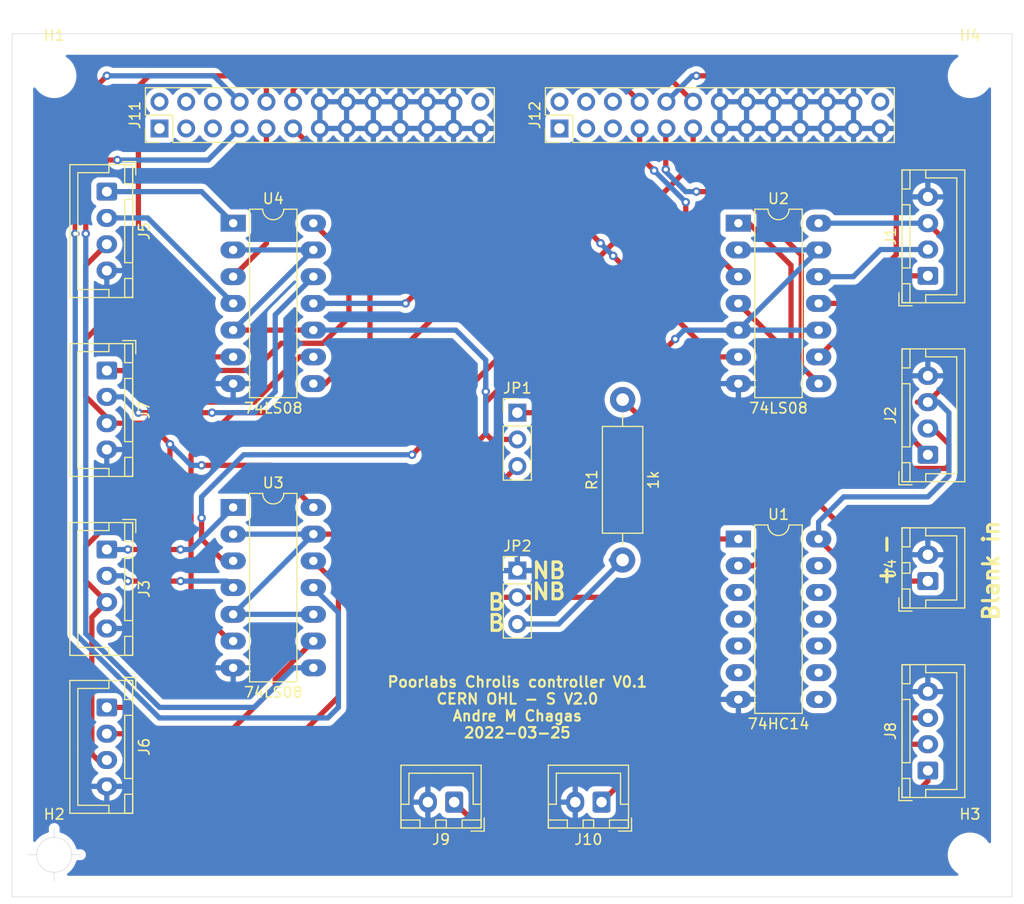
<source format=kicad_pcb>
(kicad_pcb (version 20211014) (generator pcbnew)
  (layers (0 "F.Cu" signal) (31 "B.Cu" signal) (34 "B.Paste" user) (35 "F.Paste" user) (36 "B.SilkS" user "B.Silkscreen") (37 "F.SilkS" user "F.Silkscreen") (38 "B.Mask" user) (39 "F.Mask" user) (44 "Edge.Cuts" user))
  (net 0 "")
  (net 1 "GND")
  (net 2 "+5V")
  (net 3 "Net-(J1-Pad2)")
  (net 4 "Net-(J1-Pad1)")
  (net 5 "Net-(J2-Pad1)")
  (net 6 "Net-(J2-Pad2)")
  (net 7 "Net-(J3-Pad1)")
  (net 8 "Net-(J3-Pad2)")
  (net 9 "Net-(J4-Pad1)")
  (net 10 "Net-(J5-Pad2)")
  (net 11 "Net-(J5-Pad1)")
  (net 12 "Net-(J6-Pad1)")
  (net 13 "Net-(J6-Pad2)")
  (net 14 "Net-(J7-Pad2)")
  (net 15 "Net-(J7-Pad1)")
  (net 16 "Net-(J8-Pad1)")
  (net 17 "Net-(J10-Pad1)")
  (net 18 "p2_chan6")
  (net 19 "p2_chan5")
  (net 20 "p2_chan4")
  (net 21 "p2_chan3")
  (net 22 "p2_chan2")
  (net 23 "p2_chan1")
  (net 36 "p1_chan1")
  (net 37 "p1_chan2")
  (net 38 "p1_chan3")
  (net 39 "p1_chan4")
  (net 40 "p1_chan5")
  (net 41 "p1_chan6")
  (net 42 "Net-(JP1-Pad1)")
  (net 43 "synch")
  (net 44 "Net-(JP1-Pad3)")
  (net 45 "Net-(R1-Pad1)")
  (footprint "Connector_PinHeader_2.54mm:PinHeader_2x13_P2.54mm_Vertical" (layer "F.Cu") (at 112 56 90)
    (fp_text reference "J11" (at 1.27 -2.33 90) (layer "F.SilkS"))
    (fp_text value "DB25_Female_MountingHoles")
    (pad "1" thru_hole rect locked (at 0 0 90) (size 1.7 1.7) (drill 1) (layers *.Cu *.Mask))
    (pad "2" thru_hole oval locked (at 2.54 0 90) (size 1.7 1.7) (drill 1) (layers *.Cu *.Mask))
    (pad "3" thru_hole oval locked (at 0 2.54 90) (size 1.7 1.7) (drill 1) (layers *.Cu *.Mask))
    (pad "4" thru_hole oval locked (at 2.54 2.54 90) (size 1.7 1.7) (drill 1) (layers *.Cu *.Mask))
    (pad "5" thru_hole oval locked (at 0 5.08 90) (size 1.7 1.7) (drill 1) (layers *.Cu *.Mask))
    (pad "6" thru_hole oval locked (at 2.54 5.08 90) (size 1.7 1.7) (drill 1) (layers *.Cu *.Mask))
    (pad "7" thru_hole oval locked (at 0 7.62 90) (size 1.7 1.7) (drill 1) (layers *.Cu *.Mask) (net 23 "p2_chan1"))
    (pad "8" thru_hole oval locked (at 2.54 7.62 90) (size 1.7 1.7) (drill 1) (layers *.Cu *.Mask) (net 22 "p2_chan2"))
    (pad "9" thru_hole oval locked (at 0 10.16 90) (size 1.7 1.7) (drill 1) (layers *.Cu *.Mask) (net 21 "p2_chan3"))
    (pad "10" thru_hole oval locked (at 2.54 10.16 90) (size 1.7 1.7) (drill 1) (layers *.Cu *.Mask) (net 20 "p2_chan4"))
    (pad "11" thru_hole oval locked (at 0 12.7 90) (size 1.7 1.7) (drill 1) (layers *.Cu *.Mask) (net 19 "p2_chan5"))
    (pad "12" thru_hole oval locked (at 2.54 12.7 90) (size 1.7 1.7) (drill 1) (layers *.Cu *.Mask) (net 18 "p2_chan6"))
    (pad "13" thru_hole oval locked (at 0 15.24 90) (size 1.7 1.7) (drill 1) (layers *.Cu *.Mask) (net 1 "GND"))
    (pad "14" thru_hole oval locked (at 2.54 15.24 90) (size 1.7 1.7) (drill 1) (layers *.Cu *.Mask) (net 1 "GND"))
    (pad "15" thru_hole oval locked (at 0 17.78 90) (size 1.7 1.7) (drill 1) (layers *.Cu *.Mask) (net 1 "GND"))
    (pad "16" thru_hole oval locked (at 2.54 17.78 90) (size 1.7 1.7) (drill 1) (layers *.Cu *.Mask) (net 1 "GND"))
    (pad "17" thru_hole oval locked (at 0 20.32 90) (size 1.7 1.7) (drill 1) (layers *.Cu *.Mask) (net 1 "GND"))
    (pad "18" thru_hole oval locked (at 2.54 20.32 90) (size 1.7 1.7) (drill 1) (layers *.Cu *.Mask) (net 1 "GND"))
    (pad "19" thru_hole oval locked (at 0 22.86 90) (size 1.7 1.7) (drill 1) (layers *.Cu *.Mask) (net 1 "GND"))
    (pad "20" thru_hole oval locked (at 2.54 22.86 90) (size 1.7 1.7) (drill 1) (layers *.Cu *.Mask) (net 1 "GND"))
    (pad "21" thru_hole oval locked (at 0 25.4 90) (size 1.7 1.7) (drill 1) (layers *.Cu *.Mask) (net 1 "GND"))
    (pad "22" thru_hole oval locked (at 2.54 25.4 90) (size 1.7 1.7) (drill 1) (layers *.Cu *.Mask) (net 1 "GND"))
    (pad "23" thru_hole oval locked (at 0 27.94 90) (size 1.7 1.7) (drill 1) (layers *.Cu *.Mask) (net 1 "GND"))
    (pad "24" thru_hole oval locked (at 2.54 27.94 90) (size 1.7 1.7) (drill 1) (layers *.Cu *.Mask) (net 1 "GND"))
    (pad "25" thru_hole oval locked (at 0 30.48 90) (size 1.7 1.7) (drill 1) (layers *.Cu *.Mask) (net 1 "GND"))
    (pad "26" thru_hole oval locked (at 2.54 30.48 90) (size 1.7 1.7) (drill 1) (layers *.Cu *.Mask))
  )
  (footprint "Connector_PinHeader_2.54mm:PinHeader_2x13_P2.54mm_Vertical" (layer "F.Cu") (at 150 56 90)
    (fp_text reference "J12" (at 1.27 -2.33 90) (layer "F.SilkS"))
    (fp_text value "DB25_Female_MountingHoles")
    (pad "1" thru_hole rect locked (at 0 0 90) (size 1.7 1.7) (drill 1) (layers *.Cu *.Mask))
    (pad "2" thru_hole oval locked (at 2.54 0 90) (size 1.7 1.7) (drill 1) (layers *.Cu *.Mask))
    (pad "3" thru_hole oval locked (at 0 2.54 90) (size 1.7 1.7) (drill 1) (layers *.Cu *.Mask))
    (pad "4" thru_hole oval locked (at 2.54 2.54 90) (size 1.7 1.7) (drill 1) (layers *.Cu *.Mask))
    (pad "5" thru_hole oval locked (at 0 5.08 90) (size 1.7 1.7) (drill 1) (layers *.Cu *.Mask))
    (pad "6" thru_hole oval locked (at 2.54 5.08 90) (size 1.7 1.7) (drill 1) (layers *.Cu *.Mask))
    (pad "7" thru_hole oval locked (at 0 7.62 90) (size 1.7 1.7) (drill 1) (layers *.Cu *.Mask) (net 36 "p1_chan1"))
    (pad "8" thru_hole oval locked (at 2.54 7.62 90) (size 1.7 1.7) (drill 1) (layers *.Cu *.Mask) (net 37 "p1_chan2"))
    (pad "9" thru_hole oval locked (at 0 10.16 90) (size 1.7 1.7) (drill 1) (layers *.Cu *.Mask) (net 38 "p1_chan3"))
    (pad "10" thru_hole oval locked (at 2.54 10.16 90) (size 1.7 1.7) (drill 1) (layers *.Cu *.Mask) (net 39 "p1_chan4"))
    (pad "11" thru_hole oval locked (at 0 12.7 90) (size 1.7 1.7) (drill 1) (layers *.Cu *.Mask) (net 40 "p1_chan5"))
    (pad "12" thru_hole oval locked (at 2.54 12.7 90) (size 1.7 1.7) (drill 1) (layers *.Cu *.Mask) (net 41 "p1_chan6"))
    (pad "13" thru_hole oval locked (at 0 15.24 90) (size 1.7 1.7) (drill 1) (layers *.Cu *.Mask) (net 1 "GND"))
    (pad "14" thru_hole oval locked (at 2.54 15.24 90) (size 1.7 1.7) (drill 1) (layers *.Cu *.Mask) (net 1 "GND"))
    (pad "15" thru_hole oval locked (at 0 17.78 90) (size 1.7 1.7) (drill 1) (layers *.Cu *.Mask) (net 1 "GND"))
    (pad "16" thru_hole oval locked (at 2.54 17.78 90) (size 1.7 1.7) (drill 1) (layers *.Cu *.Mask) (net 1 "GND"))
    (pad "17" thru_hole oval locked (at 0 20.32 90) (size 1.7 1.7) (drill 1) (layers *.Cu *.Mask) (net 1 "GND"))
    (pad "18" thru_hole oval locked (at 2.54 20.32 90) (size 1.7 1.7) (drill 1) (layers *.Cu *.Mask) (net 1 "GND"))
    (pad "19" thru_hole oval locked (at 0 22.86 90) (size 1.7 1.7) (drill 1) (layers *.Cu *.Mask) (net 1 "GND"))
    (pad "20" thru_hole oval locked (at 2.54 22.86 90) (size 1.7 1.7) (drill 1) (layers *.Cu *.Mask) (net 1 "GND"))
    (pad "21" thru_hole oval locked (at 0 25.4 90) (size 1.7 1.7) (drill 1) (layers *.Cu *.Mask) (net 1 "GND"))
    (pad "22" thru_hole oval locked (at 2.54 25.4 90) (size 1.7 1.7) (drill 1) (layers *.Cu *.Mask) (net 1 "GND"))
    (pad "23" thru_hole oval locked (at 0 27.94 90) (size 1.7 1.7) (drill 1) (layers *.Cu *.Mask) (net 1 "GND"))
    (pad "24" thru_hole oval locked (at 2.54 27.94 90) (size 1.7 1.7) (drill 1) (layers *.Cu *.Mask) (net 1 "GND"))
    (pad "25" thru_hole oval locked (at 0 30.48 90) (size 1.7 1.7) (drill 1) (layers *.Cu *.Mask) (net 1 "GND"))
    (pad "26" thru_hole oval locked (at 2.54 30.48 90) (size 1.7 1.7) (drill 1) (layers *.Cu *.Mask))
  )
  (footprint "Connector_PinHeader_2.54mm:PinHeader_1x03_P2.54mm_Vertical" (layer "F.Cu") (at 146 83)
    (fp_text reference "JP1" (at 0 -2.33) (layer "F.SilkS"))
    (fp_text value "Jumper_NC_Dual")
    (pad "1" thru_hole rect locked (at 0 0) (size 1.7 1.7) (drill 1) (layers *.Cu *.Mask) (net 42 "Net-(JP1-Pad1)"))
    (pad "2" thru_hole oval locked (at 0 2.54) (size 1.7 1.7) (drill 1) (layers *.Cu *.Mask) (net 43 "synch"))
    (pad "3" thru_hole oval locked (at 0 5.08) (size 1.7 1.7) (drill 1) (layers *.Cu *.Mask) (net 44 "Net-(JP1-Pad3)"))
  )
  (footprint "Resistor_THT:R_Axial_DIN0411_L9.9mm_D3.6mm_P15.24mm_Horizontal" (layer "F.Cu") (at 156 97 90)
    (fp_text reference "R1" (at 7.62 -2.92 90) (layer "F.SilkS"))
    (fp_text value "1k" (at 7.62 2.92 90) (layer "F.SilkS"))
    (pad "1" thru_hole circle locked (at 0 0 90) (size 2.4 2.4) (drill 1.2) (layers *.Cu *.Mask) (net 45 "Net-(R1-Pad1)"))
    (pad "2" thru_hole oval locked (at 15.24 0 90) (size 2.4 2.4) (drill 1.2) (layers *.Cu *.Mask) (net 9 "Net-(J4-Pad1)"))
  )
  (footprint "Package_DIP:DIP-14_W7.62mm_LongPads" (layer "F.Cu") (at 167 95)
    (fp_text reference "U1" (at 3.81 -2.33) (layer "F.SilkS"))
    (fp_text value "74HC14" (at 3.81 17.57) (layer "F.SilkS"))
    (pad "1" thru_hole rect locked (at 0 0) (size 2.4 1.6) (drill 0.8) (layers *.Cu *.Mask) (net 44 "Net-(JP1-Pad3)"))
    (pad "2" thru_hole oval locked (at 0 2.54) (size 2.4 1.6) (drill 0.8) (layers *.Cu *.Mask) (net 42 "Net-(JP1-Pad1)"))
    (pad "3" thru_hole oval locked (at 0 5.08) (size 2.4 1.6) (drill 0.8) (layers *.Cu *.Mask))
    (pad "4" thru_hole oval locked (at 0 7.62) (size 2.4 1.6) (drill 0.8) (layers *.Cu *.Mask))
    (pad "5" thru_hole oval locked (at 0 10.16) (size 2.4 1.6) (drill 0.8) (layers *.Cu *.Mask))
    (pad "6" thru_hole oval locked (at 0 12.7) (size 2.4 1.6) (drill 0.8) (layers *.Cu *.Mask))
    (pad "7" thru_hole oval locked (at 0 15.24) (size 2.4 1.6) (drill 0.8) (layers *.Cu *.Mask) (net 1 "GND"))
    (pad "8" thru_hole oval locked (at 7.62 15.24) (size 2.4 1.6) (drill 0.8) (layers *.Cu *.Mask))
    (pad "9" thru_hole oval locked (at 7.62 12.7) (size 2.4 1.6) (drill 0.8) (layers *.Cu *.Mask))
    (pad "10" thru_hole oval locked (at 7.62 10.16) (size 2.4 1.6) (drill 0.8) (layers *.Cu *.Mask))
    (pad "11" thru_hole oval locked (at 7.62 7.62) (size 2.4 1.6) (drill 0.8) (layers *.Cu *.Mask))
    (pad "12" thru_hole oval locked (at 7.62 5.08) (size 2.4 1.6) (drill 0.8) (layers *.Cu *.Mask))
    (pad "13" thru_hole oval locked (at 7.62 2.54) (size 2.4 1.6) (drill 0.8) (layers *.Cu *.Mask))
    (pad "14" thru_hole oval locked (at 7.62 0) (size 2.4 1.6) (drill 0.8) (layers *.Cu *.Mask) (net 2 "+5V"))
  )
  (footprint "Package_DIP:DIP-14_W7.62mm_LongPads" (layer "F.Cu") (at 167 65)
    (fp_text reference "U2" (at 3.81 -2.33) (layer "F.SilkS"))
    (fp_text value "74LS08" (at 3.81 17.57) (layer "F.SilkS"))
    (pad "1" thru_hole rect locked (at 0 0) (size 2.4 1.6) (drill 0.8) (layers *.Cu *.Mask) (net 5 "Net-(J2-Pad1)"))
    (pad "2" thru_hole oval locked (at 0 2.54) (size 2.4 1.6) (drill 0.8) (layers *.Cu *.Mask) (net 43 "synch"))
    (pad "3" thru_hole oval locked (at 0 5.08) (size 2.4 1.6) (drill 0.8) (layers *.Cu *.Mask) (net 36 "p1_chan1"))
    (pad "4" thru_hole oval locked (at 0 7.62) (size 2.4 1.6) (drill 0.8) (layers *.Cu *.Mask) (net 6 "Net-(J2-Pad2)"))
    (pad "5" thru_hole oval locked (at 0 10.16) (size 2.4 1.6) (drill 0.8) (layers *.Cu *.Mask) (net 43 "synch"))
    (pad "6" thru_hole oval locked (at 0 12.7) (size 2.4 1.6) (drill 0.8) (layers *.Cu *.Mask) (net 37 "p1_chan2"))
    (pad "7" thru_hole oval locked (at 0 15.24) (size 2.4 1.6) (drill 0.8) (layers *.Cu *.Mask) (net 1 "GND"))
    (pad "8" thru_hole oval locked (at 7.62 15.24) (size 2.4 1.6) (drill 0.8) (layers *.Cu *.Mask) (net 38 "p1_chan3"))
    (pad "9" thru_hole oval locked (at 7.62 12.7) (size 2.4 1.6) (drill 0.8) (layers *.Cu *.Mask) (net 4 "Net-(J1-Pad1)"))
    (pad "10" thru_hole oval locked (at 7.62 10.16) (size 2.4 1.6) (drill 0.8) (layers *.Cu *.Mask) (net 43 "synch"))
    (pad "11" thru_hole oval locked (at 7.62 7.62) (size 2.4 1.6) (drill 0.8) (layers *.Cu *.Mask) (net 39 "p1_chan4"))
    (pad "12" thru_hole oval locked (at 7.62 5.08) (size 2.4 1.6) (drill 0.8) (layers *.Cu *.Mask) (net 3 "Net-(J1-Pad2)"))
    (pad "13" thru_hole oval locked (at 7.62 2.54) (size 2.4 1.6) (drill 0.8) (layers *.Cu *.Mask) (net 43 "synch"))
    (pad "14" thru_hole oval locked (at 7.62 0) (size 2.4 1.6) (drill 0.8) (layers *.Cu *.Mask) (net 2 "+5V"))
  )
  (footprint "Package_DIP:DIP-14_W7.62mm_LongPads" (layer "F.Cu") (at 119 65)
    (fp_text reference "U4" (at 3.81 -2.33) (layer "F.SilkS"))
    (fp_text value "74LS08" (at 3.81 17.57) (layer "F.SilkS"))
    (pad "1" thru_hole rect locked (at 0 0) (size 2.4 1.6) (drill 0.8) (layers *.Cu *.Mask) (net 11 "Net-(J5-Pad1)"))
    (pad "2" thru_hole oval locked (at 0 2.54) (size 2.4 1.6) (drill 0.8) (layers *.Cu *.Mask) (net 43 "synch"))
    (pad "3" thru_hole oval locked (at 0 5.08) (size 2.4 1.6) (drill 0.8) (layers *.Cu *.Mask) (net 21 "p2_chan3"))
    (pad "4" thru_hole oval locked (at 0 7.62) (size 2.4 1.6) (drill 0.8) (layers *.Cu *.Mask) (net 10 "Net-(J5-Pad2)"))
    (pad "5" thru_hole oval locked (at 0 10.16) (size 2.4 1.6) (drill 0.8) (layers *.Cu *.Mask) (net 43 "synch"))
    (pad "6" thru_hole oval locked (at 0 12.7) (size 2.4 1.6) (drill 0.8) (layers *.Cu *.Mask) (net 20 "p2_chan4"))
    (pad "7" thru_hole oval locked (at 0 15.24) (size 2.4 1.6) (drill 0.8) (layers *.Cu *.Mask) (net 1 "GND"))
    (pad "8" thru_hole oval locked (at 7.62 15.24) (size 2.4 1.6) (drill 0.8) (layers *.Cu *.Mask) (net 19 "p2_chan5"))
    (pad "9" thru_hole oval locked (at 7.62 12.7) (size 2.4 1.6) (drill 0.8) (layers *.Cu *.Mask) (net 15 "Net-(J7-Pad1)"))
    (pad "10" thru_hole oval locked (at 7.62 10.16) (size 2.4 1.6) (drill 0.8) (layers *.Cu *.Mask) (net 43 "synch"))
    (pad "11" thru_hole oval locked (at 7.62 7.62) (size 2.4 1.6) (drill 0.8) (layers *.Cu *.Mask) (net 18 "p2_chan6"))
    (pad "12" thru_hole oval locked (at 7.62 5.08) (size 2.4 1.6) (drill 0.8) (layers *.Cu *.Mask) (net 14 "Net-(J7-Pad2)"))
    (pad "13" thru_hole oval locked (at 7.62 2.54) (size 2.4 1.6) (drill 0.8) (layers *.Cu *.Mask) (net 43 "synch"))
    (pad "14" thru_hole oval locked (at 7.62 0) (size 2.4 1.6) (drill 0.8) (layers *.Cu *.Mask) (net 2 "+5V"))
  )
  (footprint "Connector_JST:JST_XH_B4B-XH-A_1x04_P2.50mm_Vertical" (layer "F.Cu") (at 185 70 90)
    (fp_text reference "J1" (at 3.75 -3.55 90) (layer "F.SilkS"))
    (fp_text value "B4B-XH-A_LF__SN_")
    (pad "1" thru_hole roundrect locked (at 0 0 90) (size 1.7 1.95) (drill 0.95) (layers *.Cu *.Mask) (roundrect_rratio 0.1470588235) (net 4 "Net-(J1-Pad1)"))
    (pad "2" thru_hole oval locked (at 2.5 0 90) (size 1.7 1.95) (drill 0.95) (layers *.Cu *.Mask) (net 3 "Net-(J1-Pad2)"))
    (pad "3" thru_hole oval locked (at 5 0 90) (size 1.7 1.95) (drill 0.95) (layers *.Cu *.Mask) (net 2 "+5V"))
    (pad "4" thru_hole oval locked (at 7.5 0 90) (size 1.7 1.95) (drill 0.95) (layers *.Cu *.Mask) (net 1 "GND"))
  )
  (footprint "Connector_JST:JST_XH_B4B-XH-A_1x04_P2.50mm_Vertical" (layer "F.Cu") (at 185 87 90)
    (fp_text reference "J2" (at 3.75 -3.55 90) (layer "F.SilkS"))
    (fp_text value "B4B-XH-A_LF__SN_")
    (pad "1" thru_hole roundrect locked (at 0 0 90) (size 1.7 1.95) (drill 0.95) (layers *.Cu *.Mask) (roundrect_rratio 0.1470588235) (net 5 "Net-(J2-Pad1)"))
    (pad "2" thru_hole oval locked (at 2.5 0 90) (size 1.7 1.95) (drill 0.95) (layers *.Cu *.Mask) (net 6 "Net-(J2-Pad2)"))
    (pad "3" thru_hole oval locked (at 5 0 90) (size 1.7 1.95) (drill 0.95) (layers *.Cu *.Mask) (net 2 "+5V"))
    (pad "4" thru_hole oval locked (at 7.5 0 90) (size 1.7 1.95) (drill 0.95) (layers *.Cu *.Mask) (net 1 "GND"))
  )
  (footprint "Connector_JST:JST_XH_B4B-XH-A_1x04_P2.50mm_Vertical" (layer "F.Cu") (at 107 96 -90)
    (fp_text reference "J3" (at 3.75 -3.55 90) (layer "F.SilkS"))
    (fp_text value "B4B-XH-A_LF__SN_")
    (pad "1" thru_hole roundrect locked (at 0 0 270) (size 1.7 1.95) (drill 0.95) (layers *.Cu *.Mask) (roundrect_rratio 0.1470588235) (net 7 "Net-(J3-Pad1)"))
    (pad "2" thru_hole oval locked (at 2.5 0 270) (size 1.7 1.95) (drill 0.95) (layers *.Cu *.Mask) (net 8 "Net-(J3-Pad2)"))
    (pad "3" thru_hole oval locked (at 5 0 270) (size 1.7 1.95) (drill 0.95) (layers *.Cu *.Mask) (net 2 "+5V"))
    (pad "4" thru_hole oval locked (at 7.5 0 270) (size 1.7 1.95) (drill 0.95) (layers *.Cu *.Mask) (net 1 "GND"))
  )
  (footprint "Connector_JST:JST_XH_B2B-XH-A_1x02_P2.50mm_Vertical" (layer "F.Cu") (at 185 99 90)
    (fp_text reference "J4" (at 1.25 -3.55 90) (layer "F.SilkS"))
    (fp_text value "B2B-XH-A_LF__SN_")
    (pad "1" thru_hole roundrect locked (at 0 0 90) (size 1.7 2) (drill 1) (layers *.Cu *.Mask) (roundrect_rratio 0.1470588235) (net 9 "Net-(J4-Pad1)"))
    (pad "2" thru_hole oval locked (at 2.5 0 90) (size 1.7 2) (drill 1) (layers *.Cu *.Mask) (net 1 "GND"))
  )
  (footprint "Connector_JST:JST_XH_B4B-XH-A_1x04_P2.50mm_Vertical" (layer "F.Cu") (at 107 62 -90)
    (fp_text reference "J5" (at 3.75 -3.55 90) (layer "F.SilkS"))
    (fp_text value "B4B-XH-A_LF__SN_")
    (pad "1" thru_hole roundrect locked (at 0 0 270) (size 1.7 1.95) (drill 0.95) (layers *.Cu *.Mask) (roundrect_rratio 0.1470588235) (net 11 "Net-(J5-Pad1)"))
    (pad "2" thru_hole oval locked (at 2.5 0 270) (size 1.7 1.95) (drill 0.95) (layers *.Cu *.Mask) (net 10 "Net-(J5-Pad2)"))
    (pad "3" thru_hole oval locked (at 5 0 270) (size 1.7 1.95) (drill 0.95) (layers *.Cu *.Mask) (net 2 "+5V"))
    (pad "4" thru_hole oval locked (at 7.5 0 270) (size 1.7 1.95) (drill 0.95) (layers *.Cu *.Mask) (net 1 "GND"))
  )
  (footprint "Connector_JST:JST_XH_B4B-XH-A_1x04_P2.50mm_Vertical" (layer "F.Cu") (at 107 111 -90)
    (fp_text reference "J6" (at 3.75 -3.55 90) (layer "F.SilkS"))
    (fp_text value "B4B-XH-A_LF__SN_")
    (pad "1" thru_hole roundrect locked (at 0 0 270) (size 1.7 1.95) (drill 0.95) (layers *.Cu *.Mask) (roundrect_rratio 0.1470588235) (net 12 "Net-(J6-Pad1)"))
    (pad "2" thru_hole oval locked (at 2.5 0 270) (size 1.7 1.95) (drill 0.95) (layers *.Cu *.Mask) (net 13 "Net-(J6-Pad2)"))
    (pad "3" thru_hole oval locked (at 5 0 270) (size 1.7 1.95) (drill 0.95) (layers *.Cu *.Mask) (net 2 "+5V"))
    (pad "4" thru_hole oval locked (at 7.5 0 270) (size 1.7 1.95) (drill 0.95) (layers *.Cu *.Mask) (net 1 "GND"))
  )
  (footprint "Connector_JST:JST_XH_B4B-XH-A_1x04_P2.50mm_Vertical" (layer "F.Cu") (at 107 79 -90)
    (fp_text reference "J7" (at 3.75 -3.55 90) (layer "F.SilkS"))
    (fp_text value "B4B-XH-A_LF__SN_")
    (pad "1" thru_hole roundrect locked (at 0 0 270) (size 1.7 1.95) (drill 0.95) (layers *.Cu *.Mask) (roundrect_rratio 0.1470588235) (net 15 "Net-(J7-Pad1)"))
    (pad "2" thru_hole oval locked (at 2.5 0 270) (size 1.7 1.95) (drill 0.95) (layers *.Cu *.Mask) (net 14 "Net-(J7-Pad2)"))
    (pad "3" thru_hole oval locked (at 5 0 270) (size 1.7 1.95) (drill 0.95) (layers *.Cu *.Mask) (net 2 "+5V"))
    (pad "4" thru_hole oval locked (at 7.5 0 270) (size 1.7 1.95) (drill 0.95) (layers *.Cu *.Mask) (net 1 "GND"))
  )
  (footprint "Connector_JST:JST_XH_B4B-XH-A_1x04_P2.50mm_Vertical" (layer "F.Cu") (at 185 117 90)
    (fp_text reference "J8" (at 3.75 -3.55 90) (layer "F.SilkS"))
    (fp_text value "B4B-XH-A_LF__SN_")
    (pad "1" thru_hole roundrect locked (at 0 0 90) (size 1.7 1.95) (drill 0.95) (layers *.Cu *.Mask) (roundrect_rratio 0.1470588235) (net 16 "Net-(J8-Pad1)"))
    (pad "2" thru_hole oval locked (at 2.5 0 90) (size 1.7 1.95) (drill 0.95) (layers *.Cu *.Mask) (net 17 "Net-(J10-Pad1)"))
    (pad "3" thru_hole oval locked (at 5 0 90) (size 1.7 1.95) (drill 0.95) (layers *.Cu *.Mask) (net 2 "+5V"))
    (pad "4" thru_hole oval locked (at 7.5 0 90) (size 1.7 1.95) (drill 0.95) (layers *.Cu *.Mask) (net 1 "GND"))
  )
  (footprint "Connector_JST:JST_XH_B2B-XH-A_1x02_P2.50mm_Vertical" (layer "F.Cu") (at 140 120 180)
    (fp_text reference "J9" (at 1.25 -3.55) (layer "F.SilkS"))
    (fp_text value "Conn_01x02_Female")
    (pad "1" thru_hole roundrect locked (at 0 0 180) (size 1.7 2) (drill 1) (layers *.Cu *.Mask) (roundrect_rratio 0.1470588235) (net 16 "Net-(J8-Pad1)"))
    (pad "2" thru_hole oval locked (at 2.5 0 180) (size 1.7 2) (drill 1) (layers *.Cu *.Mask) (net 1 "GND"))
  )
  (footprint "Connector_JST:JST_XH_B2B-XH-A_1x02_P2.50mm_Vertical" (layer "F.Cu") (at 154 120 180)
    (fp_text reference "J10" (at 1.25 -3.55) (layer "F.SilkS"))
    (fp_text value "Conn_01x02_Female")
    (pad "1" thru_hole roundrect locked (at 0 0 180) (size 1.7 2) (drill 1) (layers *.Cu *.Mask) (roundrect_rratio 0.1470588235) (net 17 "Net-(J10-Pad1)"))
    (pad "2" thru_hole oval locked (at 2.5 0 180) (size 1.7 2) (drill 1) (layers *.Cu *.Mask) (net 1 "GND"))
  )
  (footprint "Package_DIP:DIP-14_W7.62mm_LongPads" (layer "F.Cu") (at 119 92)
    (fp_text reference "U3" (at 3.81 -2.33) (layer "F.SilkS"))
    (fp_text value "74LS08" (at 3.81 17.57) (layer "F.SilkS"))
    (pad "1" thru_hole rect locked (at 0 0) (size 2.4 1.6) (drill 0.8) (layers *.Cu *.Mask) (net 7 "Net-(J3-Pad1)"))
    (pad "2" thru_hole oval locked (at 0 2.54) (size 2.4 1.6) (drill 0.8) (layers *.Cu *.Mask) (net 43 "synch"))
    (pad "3" thru_hole oval locked (at 0 5.08) (size 2.4 1.6) (drill 0.8) (layers *.Cu *.Mask) (net 40 "p1_chan5"))
    (pad "4" thru_hole oval locked (at 0 7.62) (size 2.4 1.6) (drill 0.8) (layers *.Cu *.Mask) (net 8 "Net-(J3-Pad2)"))
    (pad "5" thru_hole oval locked (at 0 10.16) (size 2.4 1.6) (drill 0.8) (layers *.Cu *.Mask) (net 43 "synch"))
    (pad "6" thru_hole oval locked (at 0 12.7) (size 2.4 1.6) (drill 0.8) (layers *.Cu *.Mask) (net 41 "p1_chan6"))
    (pad "7" thru_hole oval locked (at 0 15.24) (size 2.4 1.6) (drill 0.8) (layers *.Cu *.Mask) (net 1 "GND"))
    (pad "8" thru_hole oval locked (at 7.62 15.24) (size 2.4 1.6) (drill 0.8) (layers *.Cu *.Mask) (net 23 "p2_chan1"))
    (pad "9" thru_hole oval locked (at 7.62 12.7) (size 2.4 1.6) (drill 0.8) (layers *.Cu *.Mask) (net 12 "Net-(J6-Pad1)"))
    (pad "10" thru_hole oval locked (at 7.62 10.16) (size 2.4 1.6) (drill 0.8) (layers *.Cu *.Mask) (net 43 "synch"))
    (pad "11" thru_hole oval locked (at 7.62 7.62) (size 2.4 1.6) (drill 0.8) (layers *.Cu *.Mask) (net 22 "p2_chan2"))
    (pad "12" thru_hole oval locked (at 7.62 5.08) (size 2.4 1.6) (drill 0.8) (layers *.Cu *.Mask) (net 13 "Net-(J6-Pad2)"))
    (pad "13" thru_hole oval locked (at 7.62 2.54) (size 2.4 1.6) (drill 0.8) (layers *.Cu *.Mask) (net 43 "synch"))
    (pad "14" thru_hole oval locked (at 7.62 0) (size 2.4 1.6) (drill 0.8) (layers *.Cu *.Mask) (net 2 "+5V"))
  )
  (footprint "MountingHole:MountingHole_3.2mm_M3_ISO7380" (layer "F.Cu") (at 102 51)
    (fp_text reference "H1" (at 0 -3.85) (layer "F.SilkS"))
    (fp_text value "MountingHole")
    (pad "" np_thru_hole circle locked (at 0 0) (size 3.2 3.2) (drill 3.2) (layers *.Cu *.Mask))
  )
  (footprint "MountingHole:MountingHole_3.2mm_M3_ISO7380" (layer "F.Cu") (at 102 125)
    (fp_text reference "H2" (at 0 -3.85) (layer "F.SilkS"))
    (fp_text value "MountingHole")
    (pad "" np_thru_hole circle locked (at 0 0) (size 3.2 3.2) (drill 3.2) (layers *.Cu *.Mask))
  )
  (footprint "MountingHole:MountingHole_3.2mm_M3_ISO7380" (layer "F.Cu") (at 189 125)
    (fp_text reference "H3" (at 0 -3.85) (layer "F.SilkS"))
    (fp_text value "MountingHole")
    (pad "" np_thru_hole circle locked (at 0 0) (size 3.2 3.2) (drill 3.2) (layers *.Cu *.Mask))
  )
  (footprint "MountingHole:MountingHole_3.2mm_M3_ISO7380" (layer "F.Cu") (at 189 51)
    (fp_text reference "H4" (at 0 -3.85) (layer "F.SilkS"))
    (fp_text value "MountingHole")
    (pad "" np_thru_hole circle locked (at 0 0) (size 3.2 3.2) (drill 3.2) (layers *.Cu *.Mask))
  )
  (footprint "Connector_PinHeader_2.54mm:PinHeader_1x03_P2.54mm_Vertical" (layer "F.Cu") (at 146 98)
    (fp_text reference "JP2" (at 0 -2.33) (layer "F.SilkS"))
    (fp_text value "Jumper_NC_Dual")
    (pad "1" thru_hole rect (at 0 0) (size 1.7 1.7) (drill 1) (layers *.Cu *.Mask) (net 1 "GND"))
    (pad "2" thru_hole oval (at 0 2.54) (size 1.7 1.7) (drill 1) (layers *.Cu *.Mask) (net 44 "Net-(JP1-Pad3)"))
    (pad "3" thru_hole oval (at 0 5.08) (size 1.7 1.7) (drill 1) (layers *.Cu *.Mask) (net 45 "Net-(R1-Pad1)"))
  )
  (gr_line (start 98 129) (end 98 47) (layer "Edge.Cuts") (width 0.05))
  (gr_line (start 193 129) (end 98 129) (layer "Edge.Cuts") (width 0.05))
  (gr_line (start 98 47) (end 192 47) (layer "Edge.Cuts") (width 0.05))
  (gr_line (start 193 47) (end 193 129) (layer "Edge.Cuts") (width 0.05))
  (gr_line (start 192 47) (end 193 47) (layer "Edge.Cuts") (width 0.05))
  (gr_text "B" (at 144 103) (layer "F.SilkS") (effects (font (size 1.5 1.5) (thickness 0.3))))
  (gr_text "Poorlabs Chrolis controller V0.1\nCERN OHL - S V2.0\nAndre M Chagas\n2022-03-25" (at 146 111) (layer "F.SilkS") (effects (font (size 1 1) (thickness 0.2))))
  (gr_text "NB\n" (at 149 100) (layer "F.SilkS") (effects (font (size 1.5 1.5) (thickness 0.3))))
  (gr_text "B" (at 144 101) (layer "F.SilkS") (effects (font (size 1.5 1.5) (thickness 0.3))))
  (gr_text "Blank in" (at 191 98 90) (layer "F.SilkS") (effects (font (size 1.5 1.5) (thickness 0.3))))
  (gr_text "+ -" (at 181 97 90) (layer "F.SilkS") (effects (font (size 1.5 1.5) (thickness 0.3))))
  (gr_text "NB\n" (at 149 98) (layer "F.SilkS") (effects (font (size 1.5 1.5) (thickness 0.3))))
  (target plus (at 102 125) (size 5) (width 0.05) (layer "Edge.Cuts"))
  (segment (start 185 82) (end 188 79) (width 0.5) (layer "F.Cu") (net 2))
  (segment (start 130 73.947781) (end 130 68.38) (width 0.5) (layer "F.Cu") (net 2))
  (segment (start 114.98999 78.98999) (end 120.98999 78.98999) (width 0.5) (layer "F.Cu") (net 2))
  (segment (start 106 75) (end 111 75) (width 0.5) (layer "F.Cu") (net 2))
  (segment (start 188 68) (end 185 65) (width 0.5) (layer "F.Cu") (net 2))
  (segment (start 178 109) (end 178 98.38) (width 0.5) (layer "F.Cu") (net 2))
  (segment (start 122.62 88) (end 116 88) (width 0.5) (layer "F.Cu") (net 2))
  (segment (start 178 98.38) (end 174.62 95) (width 0.5) (layer "F.Cu") (net 2))
  (segment (start 185 82) (end 184 82) (width 0.5) (layer "F.Cu") (net 2))
  (segment (start 120.98999 78.98999) (end 123.56997 76.41001) (width 0.5) (layer "F.Cu") (net 2))
  (segment (start 127.537771 76.41001) (end 130 73.947781) (width 0.5) (layer "F.Cu") (net 2))
  (segment (start 188 79) (end 188 68) (width 0.5) (layer "F.Cu") (net 2))
  (segment (start 105 76) (end 106 75) (width 0.5) (layer "F.Cu") (net 2))
  (segment (start 105.57499 115.42501) (end 106.34999 116.20001) (width 0.5) (layer "F.Cu") (net 2))
  (segment (start 105.57499 102.42501) (end 105.57499 115.42501) (width 0.5) (layer "F.Cu") (net 2))
  (segment (start 113 87.685034) (end 113 86) (width 0.5) (layer "F.Cu") (net 2))
  (segment (start 126.62 92) (end 122.62 88) (width 0.5) (layer "F.Cu") (net 2))
  (segment (start 113 86) (end 111 84) (width 0.5) (layer "F.Cu") (net 2))
  (segment (start 111 75) (end 114.98999 78.98999) (width 0.5) (layer "F.Cu") (net 2))
  (segment (start 105 81.463491) (end 107 83.463491) (width 0.5) (layer "F.Cu") (net 2))
  (segment (start 123.56997 76.41001) (end 127.537771 76.41001) (width 0.5) (layer "F.Cu") (net 2))
  (segment (start 105 95.685034) (end 113 87.685034) (width 0.5) (layer "F.Cu") (net 2))
  (segment (start 181 112) (end 178 109) (width 0.5) (layer "F.Cu") (net 2))
  (segment (start 105 76) (end 105 81.463491) (width 0.5) (layer "F.Cu") (net 2))
  (segment (start 105 69) (end 105 76) (width 0.5) (layer "F.Cu") (net 2))
  (segment (start 111 84) (end 107 84) (width 0.5) (layer "F.Cu") (net 2))
  (segment (start 185 112) (end 181 112) (width 0.5) (layer "F.Cu") (net 2))
  (segment (start 107 67) (end 105 69) (width 0.5) (layer "F.Cu") (net 2))
  (segment (start 106.34999 116.20001) (end 107 116.20001) (width 0.5) (layer "F.Cu") (net 2))
  (segment (start 107 83.463491) (end 107 84) (width 0.5) (layer "F.Cu") (net 2))
  (segment (start 130 68.38) (end 126.62 65) (width 0.5) (layer "F.Cu") (net 2))
  (segment (start 107 101) (end 105.57499 102.42501) (width 0.5) (layer "F.Cu") (net 2))
  (segment (start 105 99) (end 105 95.685034) (width 0.5) (layer "F.Cu") (net 2))
  (segment (start 107 101) (end 105 99) (width 0.5) (layer "F.Cu") (net 2))
  (via (at 116 88) (size 0.8) (drill 0.4) (layers "F.Cu" "B.Cu") (net 2))
  (via (at 113 86) (size 0.8) (drill 0.4) (layers "F.Cu" "B.Cu") (net 2))
  (segment (start 187 89) (end 185 91) (width 0.5) (layer "B.Cu") (net 2))
  (segment (start 187 83) (end 187 89) (width 0.5) (layer "B.Cu") (net 2))
  (segment (start 115 88) (end 113 86) (width 0.5) (layer "B.Cu") (net 2))
  (segment (start 186 82) (end 187 83) (width 0.5) (layer "B.Cu") (net 2))
  (segment (start 116 88) (end 115 88) (width 0.5) (layer "B.Cu") (net 2))
  (segment (start 177 91) (end 174.62 93.38) (width 0.5) (layer "B.Cu") (net 2))
  (segment (start 185 91) (end 177 91) (width 0.5) (layer "B.Cu") (net 2))
  (segment (start 174.62 93.38) (end 174.62 95) (width 0.5) (layer "B.Cu") (net 2))
  (segment (start 185 82) (end 186 82) (width 0.5) (layer "B.Cu") (net 2))
  (segment (start 185 65) (end 174.62 65) (width 0.5) (layer "B.Cu") (net 2))
  (segment (start 180.5 67.5) (end 177.92 70.08) (width 0.5) (layer "B.Cu") (net 3))
  (segment (start 177.92 70.08) (end 174.62 70.08) (width 0.5) (layer "B.Cu") (net 3))
  (segment (start 185 67.5) (end 180.5 67.5) (width 0.5) (layer "B.Cu") (net 3))
  (segment (start 182.32 70) (end 174.62 77.7) (width 0.5) (layer "F.Cu") (net 4))
  (segment (start 185 70) (end 182.32 70) (width 0.5) (layer "F.Cu") (net 4))
  (segment (start 182 84) (end 185 87) (width 0.5) (layer "F.Cu") (net 5))
  (segment (start 168 65) (end 172 69) (width 0.5) (layer "F.Cu") (net 5))
  (segment (start 172 69) (end 172 81) (width 0.5) (layer "F.Cu") (net 5))
  (segment (start 167 65) (end 168 65) (width 0.5) (layer "F.Cu") (net 5))
  (segment (start 175 84) (end 182 84) (width 0.5) (layer "F.Cu") (net 5))
  (segment (start 172 81) (end 175 84) (width 0.5) (layer "F.Cu") (net 5))
  (segment (start 187 86) (end 187 88) (width 0.5) (layer "F.Cu") (net 6))
  (segment (start 186.69999 88.30001) (end 178.30001 88.30001) (width 0.5) (layer "F.Cu") (net 6))
  (segment (start 185.5 84.5) (end 187 86) (width 0.5) (layer "F.Cu") (net 6))
  (segment (start 187 88) (end 186.69999 88.30001) (width 0.5) (layer "F.Cu") (net 6))
  (segment (start 178.30001 88.30001) (end 171 81) (width 0.5) (layer "F.Cu") (net 6))
  (segment (start 171 76.62) (end 167 72.62) (width 0.5) (layer "F.Cu") (net 6))
  (segment (start 171 81) (end 171 76.62) (width 0.5) (layer "F.Cu") (net 6))
  (segment (start 185 84.5) (end 185.5 84.5) (width 0.5) (layer "F.Cu") (net 6))
  (segment (start 109 96) (end 114 96) (width 0.5) (layer "F.Cu") (net 7))
  (via (at 109 96) (size 0.8) (drill 0.4) (layers "F.Cu" "B.Cu") (net 7))
  (via (at 114 96) (size 0.8) (drill 0.4) (layers "F.Cu" "B.Cu") (net 7))
  (segment (start 107 96) (end 109 96) (width 0.5) (layer "B.Cu") (net 7))
  (segment (start 115 96) (end 119 92) (width 0.5) (layer "B.Cu") (net 7))
  (segment (start 114 96) (end 115 96) (width 0.5) (layer "B.Cu") (net 7))
  (segment (start 109 99) (end 114 99) (width 0.5) (layer "F.Cu") (net 8))
  (via (at 114 99) (size 0.8) (drill 0.4) (layers "F.Cu" "B.Cu") (net 8))
  (via (at 109 99) (size 0.8) (drill 0.4) (layers "F.Cu" "B.Cu") (net 8))
  (segment (start 118.38 99) (end 119 99.62) (width 0.5) (layer "B.Cu") (net 8))
  (segment (start 108.5 98.5) (end 109 99) (width 0.5) (layer "B.Cu") (net 8))
  (segment (start 107 98.5) (end 108.5 98.5) (width 0.5) (layer "B.Cu") (net 8))
  (segment (start 114 99) (end 118.38 99) (width 0.5) (layer "B.Cu") (net 8))
  (segment (start 185 99) (end 182 99) (width 0.5) (layer "F.Cu") (net 9))
  (segment (start 163 89) (end 163 88.76) (width 0.5) (layer "F.Cu") (net 9))
  (segment (start 163 88.76) (end 156 81.76) (width 0.5) (layer "F.Cu") (net 9))
  (segment (start 172 89) (end 163 89) (width 0.5) (layer "F.Cu") (net 9))
  (segment (start 182 99) (end 172 89) (width 0.5) (layer "F.Cu") (net 9))
  (segment (start 110.88 64.5) (end 119 72.62) (width 0.5) (layer "B.Cu") (net 10))
  (segment (start 107 64.5) (end 110.88 64.5) (width 0.5) (layer "B.Cu") (net 10))
  (segment (start 107 62) (end 116 62) (width 0.5) (layer "B.Cu") (net 11))
  (segment (start 116 62) (end 119 65) (width 0.5) (layer "B.Cu") (net 11))
  (segment (start 119 113) (end 123 109) (width 0.5) (layer "F.Cu") (net 12))
  (segment (start 107 111) (end 109 111) (width 0.5) (layer "F.Cu") (net 12))
  (segment (start 111 113) (end 119 113) (width 0.5) (layer "F.Cu") (net 12))
  (segment (start 123 108.32) (end 126.62 104.7) (width 0.5) (layer "F.Cu") (net 12))
  (segment (start 109 111) (end 111 113) (width 0.5) (layer "F.Cu") (net 12))
  (segment (start 123 109) (end 123 108.32) (width 0.5) (layer "F.Cu") (net 12))
  (segment (start 107 113.5) (end 108.5 113.5) (width 0.5) (layer "F.Cu") (net 13))
  (segment (start 123.5 115.5) (end 129 110) (width 0.5) (layer "F.Cu") (net 13))
  (segment (start 129 99.46) (end 126.62 97.08) (width 0.5) (layer "F.Cu") (net 13))
  (segment (start 108.5 113.5) (end 110.5 115.5) (width 0.5) (layer "F.Cu") (net 13))
  (segment (start 129 110) (end 129 99.46) (width 0.5) (layer "F.Cu") (net 13))
  (segment (start 110.5 115.5) (end 123.5 115.5) (width 0.5) (layer "F.Cu") (net 13))
  (segment (start 110 83) (end 117 83) (width 0.5) (layer "F.Cu") (net 14))
  (via (at 117 83) (size 0.8) (drill 0.4) (layers "F.Cu" "B.Cu") (net 14))
  (via (at 110 83) (size 0.8) (drill 0.4) (layers "F.Cu" "B.Cu") (net 14))
  (segment (start 107 81.5) (end 108.5 81.5) (width 0.5) (layer "B.Cu") (net 14))
  (segment (start 123 81) (end 123 73.7) (width 0.5) (layer "B.Cu") (net 14))
  (segment (start 121 83) (end 123 81) (width 0.5) (layer "B.Cu") (net 14))
  (segment (start 108.5 81.5) (end 110 83) (width 0.5) (layer "B.Cu") (net 14))
  (segment (start 123 73.7) (end 126.62 70.08) (width 0.5) (layer "B.Cu") (net 14))
  (segment (start 117 83) (end 121 83) (width 0.5) (layer "B.Cu") (net 14))
  (segment (start 111 79) (end 114 82) (width 0.5) (layer "F.Cu") (net 15))
  (segment (start 114 82) (end 121 82) (width 0.5) (layer "F.Cu") (net 15))
  (segment (start 125.3 77.7) (end 126.62 77.7) (width 0.5) (layer "F.Cu") (net 15))
  (segment (start 121 82) (end 125.3 77.7) (width 0.5) (layer "F.Cu") (net 15))
  (segment (start 107 79) (end 111 79) (width 0.5) (layer "F.Cu") (net 15))
  (segment (start 177.79999 125) (end 145 125) (width 0.5) (layer "F.Cu") (net 16))
  (segment (start 185 118) (end 185 117) (width 0.5) (layer "F.Cu") (net 16))
  (segment (start 145 125) (end 140 120) (width 0.5) (layer "F.Cu") (net 16))
  (segment (start 182.79999 120) (end 183 120) (width 0.5) (layer "F.Cu") (net 16))
  (segment (start 183 120) (end 185 118) (width 0.5) (layer "F.Cu") (net 16))
  (segment (start 182.79999 120) (end 177.79999 125) (width 0.5) (layer "F.Cu") (net 16))
  (segment (start 185 114.5) (end 159.5 114.5) (width 0.5) (layer "F.Cu") (net 17))
  (segment (start 159.5 114.5) (end 156 118) (width 0.5) (layer "F.Cu") (net 17))
  (segment (start 156.5 117.5) (end 156 118) (width 0.5) (layer "F.Cu") (net 17))
  (segment (start 156 118) (end 154 120) (width 0.5) (layer "F.Cu") (net 17))
  (segment (start 126 51) (end 124.7 52.3) (width 0.5) (layer "F.Cu") (net 18))
  (segment (start 124.7 52.3) (end 124.7 53.46) (width 0.5) (layer "F.Cu") (net 18))
  (segment (start 144 64) (end 144 52) (width 0.5) (layer "F.Cu") (net 18))
  (segment (start 144 52) (end 143 51) (width 0.5) (layer "F.Cu") (net 18))
  (segment (start 135.38 72.62) (end 144 64) (width 0.5) (layer "F.Cu") (net 18))
  (segment (start 143 51) (end 126 51) (width 0.5) (layer "F.Cu") (net 18))
  (via (at 135.38 72.62) (size 0.8) (drill 0.4) (layers "F.Cu" "B.Cu") (net 18))
  (segment (start 133.38 72.62) (end 135.38 72.62) (width 0.5) (layer "B.Cu") (net 18))
  (segment (start 126.62 72.62) (end 133.38 72.62) (width 0.5) (layer "B.Cu") (net 18))
  (segment (start 132 76) (end 132 63.3) (width 0.5) (layer "F.Cu") (net 19))
  (segment (start 132 63.3) (end 124.7 56) (width 0.5) (layer "F.Cu") (net 19))
  (segment (start 127.76 80.24) (end 132 76) (width 0.5) (layer "F.Cu") (net 19))
  (segment (start 126.62 80.24) (end 127.76 80.24) (width 0.5) (layer "F.Cu") (net 19))
  (segment (start 122.16 52.16) (end 121 51) (width 0.5) (layer "F.Cu") (net 20))
  (segment (start 121 51) (end 111 51) (width 0.5) (layer "F.Cu") (net 20))
  (segment (start 122.16 53.46) (end 122.16 52.16) (width 0.5) (layer "F.Cu") (net 20))
  (segment (start 115.7 77.7) (end 119 77.7) (width 0.5) (layer "F.Cu") (net 20))
  (segment (start 110 52) (end 110 72) (width 0.5) (layer "F.Cu") (net 20))
  (segment (start 111 51) (end 110 52) (width 0.5) (layer "F.Cu") (net 20))
  (segment (start 110 72) (end 115.7 77.7) (width 0.5) (layer "F.Cu") (net 20))
  (segment (start 122.16 66.92) (end 119 70.08) (width 0.5) (layer "F.Cu") (net 21))
  (segment (start 122.16 56) (end 122.16 66.92) (width 0.5) (layer "F.Cu") (net 21))
  (segment (start 104 66) (end 104 65) (width 0.5) (layer "F.Cu") (net 22))
  (segment (start 104 65) (end 104 54) (width 0.5) (layer "F.Cu") (net 22))
  (segment (start 104 54) (end 107 51) (width 0.5) (layer "F.Cu") (net 22))
  (via (at 104 66) (size 0.8) (drill 0.4) (layers "F.Cu" "B.Cu") (net 22))
  (via (at 107 51) (size 0.8) (drill 0.4) (layers "F.Cu" "B.Cu") (net 22))
  (segment (start 117.16 51) (end 119.62 53.46) (width 0.5) (layer "B.Cu") (net 22))
  (segment (start 129 102) (end 126.62 99.62) (width 0.5) (layer "B.Cu") (net 22))
  (segment (start 107 51) (end 117.16 51) (width 0.5) (layer "B.Cu") (net 22))
  (segment (start 129 111) (end 129 102) (width 0.5) (layer "B.Cu") (net 22))
  (segment (start 104 104) (end 112 112) (width 0.5) (layer "B.Cu") (net 22))
  (segment (start 128 112) (end 129 111) (width 0.5) (layer "B.Cu") (net 22))
  (segment (start 104 66) (end 104 104) (width 0.5) (layer "B.Cu") (net 22))
  (segment (start 112 112) (end 128 112) (width 0.5) (layer "B.Cu") (net 22))
  (segment (start 105 65) (end 105 61) (width 0.5) (layer "F.Cu") (net 23))
  (segment (start 107 59) (end 108 59) (width 0.5) (layer "F.Cu") (net 23))
  (segment (start 105 66) (end 105 65) (width 0.5) (layer "F.Cu") (net 23))
  (segment (start 105 61) (end 107 59) (width 0.5) (layer "F.Cu") (net 23))
  (via (at 105 66) (size 0.8) (drill 0.4) (layers "F.Cu" "B.Cu") (net 23))
  (via (at 108 59) (size 0.8) (drill 0.4) (layers "F.Cu" "B.Cu") (net 23))
  (segment (start 116.62 59) (end 119.62 56) (width 0.5) (layer "B.Cu") (net 23))
  (segment (start 124.76 107.24) (end 121 111) (width 0.5) (layer "B.Cu") (net 23))
  (segment (start 105 104) (end 105 66) (width 0.5) (layer "B.Cu") (net 23))
  (segment (start 108 59) (end 116.62 59) (width 0.5) (layer "B.Cu") (net 23))
  (segment (start 121 111) (end 112 111) (width 0.5) (layer "B.Cu") (net 23))
  (segment (start 126.62 107.24) (end 124.76 107.24) (width 0.5) (layer "B.Cu") (net 23))
  (segment (start 112 111) (end 105 104) (width 0.5) (layer "B.Cu") (net 23))
  (segment (start 157.62 56) (end 157.62 58.62) (width 0.5) (layer "F.Cu") (net 36))
  (segment (start 162 63) (end 162 65.08) (width 0.5) (layer "F.Cu") (net 36))
  (segment (start 162 65.08) (end 167 70.08) (width 0.5) (layer "F.Cu") (net 36))
  (segment (start 157.62 58.62) (end 159 60) (width 0.5) (layer "F.Cu") (net 36))
  (via (at 162 63) (size 0.8) (drill 0.4) (layers "F.Cu" "B.Cu") (net 36))
  (via (at 159 60) (size 0.8) (drill 0.4) (layers "F.Cu" "B.Cu") (net 36))
  (segment (start 159 60) (end 162 63) (width 0.5) (layer "B.Cu") (net 36))
  (segment (start 157 70) (end 155.101041 68.101041) (width 0.5) (layer "F.Cu") (net 37))
  (segment (start 153.898959 66.898959) (end 146 59) (width 0.5) (layer "F.Cu") (net 37))
  (segment (start 167 77.7) (end 164.7 77.7) (width 0.5) (layer "F.Cu") (net 37))
  (segment (start 146 59) (end 146 52) (width 0.5) (layer "F.Cu") (net 37))
  (segment (start 147 51) (end 155.16 51) (width 0.5) (layer "F.Cu") (net 37))
  (segment (start 155.16 51) (end 157.62 53.46) (width 0.5) (layer "F.Cu") (net 37))
  (segment (start 164.7 77.7) (end 157 70) (width 0.5) (layer "F.Cu") (net 37))
  (segment (start 146 52) (end 147 51) (width 0.5) (layer "F.Cu") (net 37))
  (via (at 155.101041 68.101041) (size 0.8) (drill 0.4) (layers "F.Cu" "B.Cu") (net 37))
  (via (at 153.898959 66.898959) (size 0.8) (drill 0.4) (layers "F.Cu" "B.Cu") (net 37))
  (segment (start 155 68) (end 153.898959 66.898959) (width 0.5) (layer "B.Cu") (net 37))
  (segment (start 155.101041 68.101041) (end 155 68) (width 0.5) (layer "B.Cu") (net 37))
  (segment (start 160.101041 56.058959) (end 160.16 56) (width 0.5) (layer "F.Cu") (net 38))
  (segment (start 160.101041 59.898959) (end 160.101041 56.058959) (width 0.5) (layer "F.Cu") (net 38))
  (segment (start 166.93998 62) (end 163 62) (width 0.5) (layer "F.Cu") (net 38))
  (segment (start 172.96999 68.03001) (end 166.93998 62) (width 0.5) (layer "F.Cu") (net 38))
  (segment (start 174.62 80.24) (end 172.96999 78.58999) (width 0.5) (layer "F.Cu") (net 38))
  (segment (start 172.96999 78.58999) (end 172.96999 68.03001) (width 0.5) (layer "F.Cu") (net 38))
  (via (at 160.101041 59.898959) (size 0.8) (drill 0.4) (layers "F.Cu" "B.Cu") (net 38))
  (via (at 163 62) (size 0.8) (drill 0.4) (layers "F.Cu" "B.Cu") (net 38))
  (segment (start 162 62) (end 160.101041 60.101041) (width 0.5) (layer "B.Cu") (net 38))
  (segment (start 163 62) (end 162 62) (width 0.5) (layer "B.Cu") (net 38))
  (segment (start 160.101041 60.101041) (end 160.101041 59.898959) (width 0.5) (layer "B.Cu") (net 38))
  (segment (start 182 68) (end 182 62) (width 0.5) (layer "F.Cu") (net 39))
  (segment (start 183 61) (end 183 53) (width 0.5) (layer "F.Cu") (net 39))
  (segment (start 181 51) (end 163 51) (width 0.5) (layer "F.Cu") (net 39))
  (segment (start 177.38 72.62) (end 182 68) (width 0.5) (layer "F.Cu") (net 39))
  (segment (start 183 53) (end 181 51) (width 0.5) (layer "F.Cu") (net 39))
  (segment (start 182 62) (end 183 61) (width 0.5) (layer "F.Cu") (net 39))
  (segment (start 174.62 72.62) (end 177.38 72.62) (width 0.5) (layer "F.Cu") (net 39))
  (via (at 163 51) (size 0.8) (drill 0.4) (layers "F.Cu" "B.Cu") (net 39))
  (segment (start 163 51) (end 162.62 51) (width 0.5) (layer "B.Cu") (net 39))
  (segment (start 162.62 51) (end 160.16 53.46) (width 0.5) (layer "B.Cu") (net 39))
  (segment (start 141 81) (end 141 82) (width 0.5) (layer "F.Cu") (net 40))
  (segment (start 162.7 56) (end 162.7 59.3) (width 0.5) (layer "F.Cu") (net 40))
  (segment (start 162.7 59.3) (end 141 81) (width 0.5) (layer "F.Cu") (net 40))
  (segment (start 116 95) (end 118.08 97.08) (width 0.5) (layer "F.Cu") (net 40))
  (segment (start 116 93) (end 116 95) (width 0.5) (layer "F.Cu") (net 40))
  (segment (start 141 82) (end 136 87) (width 0.5) (layer "F.Cu") (net 40))
  (segment (start 118.08 97.08) (end 119 97.08) (width 0.5) (layer "F.Cu") (net 40))
  (via (at 116 93) (size 0.8) (drill 0.4) (layers "F.Cu" "B.Cu") (net 40))
  (via (at 136 87) (size 0.8) (drill 0.4) (layers "F.Cu" "B.Cu") (net 40))
  (segment (start 120 87) (end 116 91) (width 0.5) (layer "B.Cu") (net 40))
  (segment (start 121 87) (end 120 87) (width 0.5) (layer "B.Cu") (net 40))
  (segment (start 136 87) (end 121 87) (width 0.5) (layer "B.Cu") (net 40))
  (segment (start 116 91) (end 116 93) (width 0.5) (layer "B.Cu") (net 40))
  (segment (start 147.010037 50) (end 159.24 50) (width 0.5) (layer "F.Cu") (net 41))
  (segment (start 115 101) (end 115 90) (width 0.5) (layer "F.Cu") (net 41))
  (segment (start 119 104.7) (end 118.7 104.7) (width 0.5) (layer "F.Cu") (net 41))
  (segment (start 115 87) (end 119 83) (width 0.5) (layer "F.Cu") (net 41))
  (segment (start 159.24 50) (end 162.7 53.46) (width 0.5) (layer "F.Cu") (net 41))
  (segment (start 145 67) (end 145 52.010037) (width 0.5) (layer "F.Cu") (net 41))
  (segment (start 119 83) (end 129 83) (width 0.5) (layer "F.Cu") (net 41))
  (segment (start 145 52.010037) (end 147.010037 50) (width 0.5) (layer "F.Cu") (net 41))
  (segment (start 129 83) (end 145 67) (width 0.5) (layer "F.Cu") (net 41))
  (segment (start 115 90) (end 115 87) (width 0.5) (layer "F.Cu") (net 41))
  (segment (start 118.7 104.7) (end 115 101) (width 0.5) (layer "F.Cu") (net 41))
  (segment (start 156 90) (end 149 83) (width 0.5) (layer "F.Cu") (net 42))
  (segment (start 167 97.54) (end 168.46 97.54) (width 0.5) (layer "F.Cu") (net 42))
  (segment (start 168.46 97.54) (end 170 96) (width 0.5) (layer "F.Cu") (net 42))
  (segment (start 168 90) (end 156 90) (width 0.5) (layer "F.Cu") (net 42))
  (segment (start 170 96) (end 170 92) (width 0.5) (layer "F.Cu") (net 42))
  (segment (start 170 92) (end 168 90) (width 0.5) (layer "F.Cu") (net 42))
  (segment (start 149 83) (end 146 83) (width 0.5) (layer "F.Cu") (net 42))
  (segment (start 133.46 94.54) (end 126.62 94.54) (width 0.5) (layer "F.Cu") (net 43))
  (segment (start 146 85.54) (end 143.54 85.54) (width 0.5) (layer "F.Cu") (net 43))
  (segment (start 143 85) (end 133.46 94.54) (width 0.5) (layer "F.Cu") (net 43))
  (segment (start 159 78) (end 155 78) (width 0.5) (layer "F.Cu") (net 43))
  (segment (start 119 75.16) (end 126.62 75.16) (width 0.5) (layer "F.Cu") (net 43))
  (segment (start 143 82) (end 143 85) (width 0.5) (layer "F.Cu") (net 43))
  (segment (start 161 76) (end 159 78) (width 0.5) (layer "F.Cu") (net 43))
  (segment (start 143 81) (end 143 82) (width 0.5) (layer "F.Cu") (net 43))
  (segment (start 143.54 85.54) (end 143 85) (width 0.5) (layer "F.Cu") (net 43))
  (segment (start 155 78) (end 152 81) (width 0.5) (layer "F.Cu") (net 43))
  (segment (start 152 81) (end 144 81) (width 0.5) (layer "F.Cu") (net 43))
  (segment (start 144 81) (end 143 82) (width 0.5) (layer "F.Cu") (net 43))
  (via (at 143 81) (size 0.8) (drill 0.4) (layers "F.Cu" "B.Cu") (net 43))
  (via (at 161 76) (size 0.8) (drill 0.4) (layers "F.Cu" "B.Cu") (net 43))
  (segment (start 119 67.54) (end 126.62 67.54) (width 0.5) (layer "B.Cu") (net 43))
  (segment (start 119 102.16) (end 126.62 102.16) (width 0.5) (layer "B.Cu") (net 43))
  (segment (start 143 81) (end 143 80) (width 0.5) (layer "B.Cu") (net 43))
  (segment (start 119 75.16) (end 126.62 67.54) (width 0.5) (layer "B.Cu") (net 43))
  (segment (start 161.84 75.16) (end 161 76) (width 0.5) (layer "B.Cu") (net 43))
  (segment (start 119 94.54) (end 126.62 94.54) (width 0.5) (layer "B.Cu") (net 43))
  (segment (start 143 78) (end 140.16 75.16) (width 0.5) (layer "B.Cu") (net 43))
  (segment (start 174.62 75.16) (end 167 75.16) (width 0.5) (layer "B.Cu") (net 43))
  (segment (start 174.62 67.54) (end 167 67.54) (width 0.5) (layer "B.Cu") (net 43))
  (segment (start 143 81) (end 143 78) (width 0.5) (layer "B.Cu") (net 43))
  (segment (start 140.16 75.16) (end 126.62 75.16) (width 0.5) (layer "B.Cu") (net 43))
  (segment (start 143 85) (end 143 81) (width 0.5) (layer "B.Cu") (net 43))
  (segment (start 126.62 94.54) (end 119 102.16) (width 0.5) (layer "B.Cu") (net 43))
  (segment (start 167 75.16) (end 174.62 67.54) (width 0.5) (layer "B.Cu") (net 43))
  (segment (start 167 75.16) (end 161.84 75.16) (width 0.5) (layer "B.Cu") (net 43))
  (segment (start 143 100) (end 143 91.08) (width 0.5) (layer "F.Cu") (net 44))
  (segment (start 143 91.08) (end 146 88.08) (width 0.5) (layer "F.Cu") (net 44))
  (segment (start 146 100.54) (end 143.54 100.54) (width 0.5) (layer "F.Cu") (net 44))
  (segment (start 158.46 100.54) (end 146 100.54) (width 0.5) (layer "F.Cu") (net 44))
  (segment (start 167 95) (end 164 95) (width 0.5) (layer "F.Cu") (net 44))
  (segment (start 143.54 100.54) (end 143 100) (width 0.5) (layer "F.Cu") (net 44))
  (segment (start 164 95) (end 158.46 100.54) (width 0.5) (layer "F.Cu") (net 44))
  (segment (start 146 103.08) (end 149.92 103.08) (width 0.5) (layer "B.Cu") (net 45))
  (segment (start 149.92 103.08) (end 156 97) (width 0.5) (layer "B.Cu") (net 45))
  (segment (start 154.92 97) (end 156 97) (width 0.5) (layer "B.Cu") (net 45))
  (zone (net 1) (net_name "GND") (layer "B.Cu") (connect_pads (clearance 0.508)) (min_thickness 0.254) (fill yes (thermal_gap 0.508) (thermal_bridge_width 0.508))
    (polygon (pts (xy 191 127) (xy 100 127) (xy 100 49) (xy 191 49)))
  )
)
</source>
